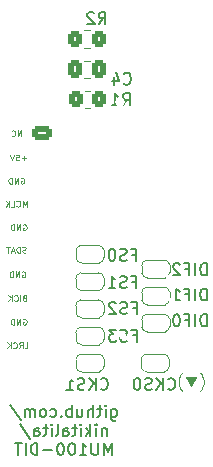
<source format=gbr>
%TF.GenerationSoftware,KiCad,Pcbnew,(6.0.1)*%
%TF.CreationDate,2022-07-05T01:24:20-07:00*%
%TF.ProjectId,mu100-dit,6d753130-302d-4646-9974-2e6b69636164,rev?*%
%TF.SameCoordinates,PX4a25ef0PY4c3f880*%
%TF.FileFunction,Legend,Bot*%
%TF.FilePolarity,Positive*%
%FSLAX46Y46*%
G04 Gerber Fmt 4.6, Leading zero omitted, Abs format (unit mm)*
G04 Created by KiCad (PCBNEW (6.0.1)) date 2022-07-05 01:24:20*
%MOMM*%
%LPD*%
G01*
G04 APERTURE LIST*
G04 Aperture macros list*
%AMRoundRect*
0 Rectangle with rounded corners*
0 $1 Rounding radius*
0 $2 $3 $4 $5 $6 $7 $8 $9 X,Y pos of 4 corners*
0 Add a 4 corners polygon primitive as box body*
4,1,4,$2,$3,$4,$5,$6,$7,$8,$9,$2,$3,0*
0 Add four circle primitives for the rounded corners*
1,1,$1+$1,$2,$3*
1,1,$1+$1,$4,$5*
1,1,$1+$1,$6,$7*
1,1,$1+$1,$8,$9*
0 Add four rect primitives between the rounded corners*
20,1,$1+$1,$2,$3,$4,$5,0*
20,1,$1+$1,$4,$5,$6,$7,0*
20,1,$1+$1,$6,$7,$8,$9,0*
20,1,$1+$1,$8,$9,$2,$3,0*%
%AMFreePoly0*
4,1,13,0.500000,-0.500000,0.000000,-0.500000,-0.095671,-0.480970,-0.176777,-0.426777,-0.230970,-0.345671,-0.250000,-0.250000,-0.250000,0.250000,-0.230970,0.345671,-0.176777,0.426777,-0.095671,0.480970,0.000000,0.500000,0.500000,0.500000,0.500000,-0.500000,0.500000,-0.500000,$1*%
G04 Aperture macros list end*
%ADD10C,0.125000*%
%ADD11C,0.150000*%
%ADD12C,0.100000*%
%ADD13C,0.120000*%
%ADD14RoundRect,0.250000X-0.625000X0.350000X-0.625000X-0.350000X0.625000X-0.350000X0.625000X0.350000X0*%
%ADD15O,1.750000X1.200000*%
%ADD16C,5.700000*%
%ADD17C,3.600000*%
%ADD18C,3.200000*%
%ADD19C,1.524000*%
%ADD20R,1.700000X1.700000*%
%ADD21O,1.700000X1.700000*%
%ADD22FreePoly0,0.000000*%
%ADD23FreePoly0,180.000000*%
%ADD24RoundRect,0.250000X0.350000X0.450000X-0.350000X0.450000X-0.350000X-0.450000X0.350000X-0.450000X0*%
%ADD25RoundRect,0.250000X-0.350000X-0.450000X0.350000X-0.450000X0.350000X0.450000X-0.350000X0.450000X0*%
%ADD26RoundRect,0.250000X0.337500X0.475000X-0.337500X0.475000X-0.337500X-0.475000X0.337500X-0.475000X0*%
%ADD27C,0.800000*%
%ADD28C,0.600000*%
G04 APERTURE END LIST*
D10*
X79260952Y-94372000D02*
X79308571Y-94348190D01*
X79380000Y-94348190D01*
X79451428Y-94372000D01*
X79499047Y-94419619D01*
X79522857Y-94467238D01*
X79546666Y-94562476D01*
X79546666Y-94633904D01*
X79522857Y-94729142D01*
X79499047Y-94776761D01*
X79451428Y-94824380D01*
X79380000Y-94848190D01*
X79332380Y-94848190D01*
X79260952Y-94824380D01*
X79237142Y-94800571D01*
X79237142Y-94633904D01*
X79332380Y-94633904D01*
X79022857Y-94848190D02*
X79022857Y-94348190D01*
X78737142Y-94848190D01*
X78737142Y-94348190D01*
X78499047Y-94848190D02*
X78499047Y-94348190D01*
X78380000Y-94348190D01*
X78308571Y-94372000D01*
X78260952Y-94419619D01*
X78237142Y-94467238D01*
X78213333Y-94562476D01*
X78213333Y-94633904D01*
X78237142Y-94729142D01*
X78260952Y-94776761D01*
X78308571Y-94824380D01*
X78380000Y-94848190D01*
X78499047Y-94848190D01*
X79460952Y-106302000D02*
X79508571Y-106278190D01*
X79580000Y-106278190D01*
X79651428Y-106302000D01*
X79699047Y-106349619D01*
X79722857Y-106397238D01*
X79746666Y-106492476D01*
X79746666Y-106563904D01*
X79722857Y-106659142D01*
X79699047Y-106706761D01*
X79651428Y-106754380D01*
X79580000Y-106778190D01*
X79532380Y-106778190D01*
X79460952Y-106754380D01*
X79437142Y-106730571D01*
X79437142Y-106563904D01*
X79532380Y-106563904D01*
X79222857Y-106778190D02*
X79222857Y-106278190D01*
X78937142Y-106778190D01*
X78937142Y-106278190D01*
X78699047Y-106778190D02*
X78699047Y-106278190D01*
X78580000Y-106278190D01*
X78508571Y-106302000D01*
X78460952Y-106349619D01*
X78437142Y-106397238D01*
X78413333Y-106492476D01*
X78413333Y-106563904D01*
X78437142Y-106659142D01*
X78460952Y-106706761D01*
X78508571Y-106754380D01*
X78580000Y-106778190D01*
X78699047Y-106778190D01*
X79575238Y-108778190D02*
X79813333Y-108778190D01*
X79813333Y-108278190D01*
X79122857Y-108778190D02*
X79289523Y-108540095D01*
X79408571Y-108778190D02*
X79408571Y-108278190D01*
X79218095Y-108278190D01*
X79170476Y-108302000D01*
X79146666Y-108325809D01*
X79122857Y-108373428D01*
X79122857Y-108444857D01*
X79146666Y-108492476D01*
X79170476Y-108516285D01*
X79218095Y-108540095D01*
X79408571Y-108540095D01*
X78622857Y-108730571D02*
X78646666Y-108754380D01*
X78718095Y-108778190D01*
X78765714Y-108778190D01*
X78837142Y-108754380D01*
X78884761Y-108706761D01*
X78908571Y-108659142D01*
X78932380Y-108563904D01*
X78932380Y-108492476D01*
X78908571Y-108397238D01*
X78884761Y-108349619D01*
X78837142Y-108302000D01*
X78765714Y-108278190D01*
X78718095Y-108278190D01*
X78646666Y-108302000D01*
X78622857Y-108325809D01*
X78408571Y-108778190D02*
X78408571Y-108278190D01*
X78122857Y-108778190D02*
X78337142Y-108492476D01*
X78122857Y-108278190D02*
X78408571Y-108563904D01*
D11*
X91722857Y-112209142D02*
X91770476Y-112256761D01*
X91913333Y-112304380D01*
X92008571Y-112304380D01*
X92151428Y-112256761D01*
X92246666Y-112161523D01*
X92294285Y-112066285D01*
X92341904Y-111875809D01*
X92341904Y-111732952D01*
X92294285Y-111542476D01*
X92246666Y-111447238D01*
X92151428Y-111352000D01*
X92008571Y-111304380D01*
X91913333Y-111304380D01*
X91770476Y-111352000D01*
X91722857Y-111399619D01*
X91294285Y-112304380D02*
X91294285Y-111304380D01*
X90722857Y-112304380D02*
X91151428Y-111732952D01*
X90722857Y-111304380D02*
X91294285Y-111875809D01*
X90341904Y-112256761D02*
X90199047Y-112304380D01*
X89960952Y-112304380D01*
X89865714Y-112256761D01*
X89818095Y-112209142D01*
X89770476Y-112113904D01*
X89770476Y-112018666D01*
X89818095Y-111923428D01*
X89865714Y-111875809D01*
X89960952Y-111828190D01*
X90151428Y-111780571D01*
X90246666Y-111732952D01*
X90294285Y-111685333D01*
X90341904Y-111590095D01*
X90341904Y-111494857D01*
X90294285Y-111399619D01*
X90246666Y-111352000D01*
X90151428Y-111304380D01*
X89913333Y-111304380D01*
X89770476Y-111352000D01*
X89151428Y-111304380D02*
X89056190Y-111304380D01*
X88960952Y-111352000D01*
X88913333Y-111399619D01*
X88865714Y-111494857D01*
X88818095Y-111685333D01*
X88818095Y-111923428D01*
X88865714Y-112113904D01*
X88913333Y-112209142D01*
X88960952Y-112256761D01*
X89056190Y-112304380D01*
X89151428Y-112304380D01*
X89246666Y-112256761D01*
X89294285Y-112209142D01*
X89341904Y-112113904D01*
X89389523Y-111923428D01*
X89389523Y-111685333D01*
X89341904Y-111494857D01*
X89294285Y-111399619D01*
X89246666Y-111352000D01*
X89151428Y-111304380D01*
D12*
X94441904Y-112385333D02*
X94489523Y-112337714D01*
X94584761Y-112194857D01*
X94632380Y-112099619D01*
X94680000Y-111956761D01*
X94727619Y-111718666D01*
X94727619Y-111528190D01*
X94680000Y-111290095D01*
X94632380Y-111147238D01*
X94584761Y-111052000D01*
X94489523Y-110909142D01*
X94441904Y-110861523D01*
X93299047Y-111290095D02*
X93299047Y-111242476D01*
X93346666Y-111385333D02*
X93346666Y-111242476D01*
X93394285Y-111480571D02*
X93394285Y-111242476D01*
X93441904Y-111575809D02*
X93441904Y-111242476D01*
X93489523Y-111623428D02*
X93489523Y-111242476D01*
X93537142Y-111718666D02*
X93537142Y-111242476D01*
X93584761Y-111813904D02*
X93584761Y-111242476D01*
X93632380Y-111909142D02*
X93632380Y-111242476D01*
X93680000Y-112004380D02*
X93680000Y-111242476D01*
X93727619Y-111909142D02*
X93727619Y-111242476D01*
X93775238Y-111813904D02*
X93775238Y-111242476D01*
X93822857Y-111718666D02*
X93822857Y-111242476D01*
X93870476Y-111623428D02*
X93870476Y-111242476D01*
X93918095Y-111575809D02*
X93918095Y-111242476D01*
X93965714Y-111480571D02*
X93965714Y-111242476D01*
X94013333Y-111385333D02*
X94013333Y-111242476D01*
X94060952Y-111242476D02*
X93680000Y-111956761D01*
X93299047Y-111242476D01*
X94060952Y-111290095D02*
X94060952Y-111242476D01*
X93680000Y-112004380D02*
X94108571Y-111242476D01*
X93251428Y-111242476D01*
X93680000Y-112004380D01*
X92918095Y-112385333D02*
X92870476Y-112337714D01*
X92775238Y-112194857D01*
X92727619Y-112099619D01*
X92680000Y-111956761D01*
X92632380Y-111718666D01*
X92632380Y-111528190D01*
X92680000Y-111290095D01*
X92727619Y-111147238D01*
X92775238Y-111052000D01*
X92870476Y-110909142D01*
X92918095Y-110861523D01*
D11*
X95004285Y-106904380D02*
X95004285Y-105904380D01*
X94766190Y-105904380D01*
X94623333Y-105952000D01*
X94528095Y-106047238D01*
X94480476Y-106142476D01*
X94432857Y-106332952D01*
X94432857Y-106475809D01*
X94480476Y-106666285D01*
X94528095Y-106761523D01*
X94623333Y-106856761D01*
X94766190Y-106904380D01*
X95004285Y-106904380D01*
X94004285Y-106904380D02*
X94004285Y-105904380D01*
X93194762Y-106380571D02*
X93528095Y-106380571D01*
X93528095Y-106904380D02*
X93528095Y-105904380D01*
X93051904Y-105904380D01*
X92480476Y-105904380D02*
X92385238Y-105904380D01*
X92290000Y-105952000D01*
X92242381Y-105999619D01*
X92194762Y-106094857D01*
X92147143Y-106285333D01*
X92147143Y-106523428D01*
X92194762Y-106713904D01*
X92242381Y-106809142D01*
X92290000Y-106856761D01*
X92385238Y-106904380D01*
X92480476Y-106904380D01*
X92575714Y-106856761D01*
X92623333Y-106809142D01*
X92670952Y-106713904D01*
X92718571Y-106523428D01*
X92718571Y-106285333D01*
X92670952Y-106094857D01*
X92623333Y-105999619D01*
X92575714Y-105952000D01*
X92480476Y-105904380D01*
X95004285Y-102599380D02*
X95004285Y-101599380D01*
X94766190Y-101599380D01*
X94623333Y-101647000D01*
X94528095Y-101742238D01*
X94480476Y-101837476D01*
X94432857Y-102027952D01*
X94432857Y-102170809D01*
X94480476Y-102361285D01*
X94528095Y-102456523D01*
X94623333Y-102551761D01*
X94766190Y-102599380D01*
X95004285Y-102599380D01*
X94004285Y-102599380D02*
X94004285Y-101599380D01*
X93194762Y-102075571D02*
X93528095Y-102075571D01*
X93528095Y-102599380D02*
X93528095Y-101599380D01*
X93051904Y-101599380D01*
X92718571Y-101694619D02*
X92670952Y-101647000D01*
X92575714Y-101599380D01*
X92337619Y-101599380D01*
X92242381Y-101647000D01*
X92194762Y-101694619D01*
X92147143Y-101789857D01*
X92147143Y-101885095D01*
X92194762Y-102027952D01*
X92766190Y-102599380D01*
X92147143Y-102599380D01*
D10*
X79749047Y-96778190D02*
X79749047Y-96278190D01*
X79582380Y-96635333D01*
X79415714Y-96278190D01*
X79415714Y-96778190D01*
X78891904Y-96730571D02*
X78915714Y-96754380D01*
X78987142Y-96778190D01*
X79034761Y-96778190D01*
X79106190Y-96754380D01*
X79153809Y-96706761D01*
X79177619Y-96659142D01*
X79201428Y-96563904D01*
X79201428Y-96492476D01*
X79177619Y-96397238D01*
X79153809Y-96349619D01*
X79106190Y-96302000D01*
X79034761Y-96278190D01*
X78987142Y-96278190D01*
X78915714Y-96302000D01*
X78891904Y-96325809D01*
X78439523Y-96778190D02*
X78677619Y-96778190D01*
X78677619Y-96278190D01*
X78272857Y-96778190D02*
X78272857Y-96278190D01*
X77987142Y-96778190D02*
X78201428Y-96492476D01*
X77987142Y-96278190D02*
X78272857Y-96563904D01*
X79563333Y-104516285D02*
X79491904Y-104540095D01*
X79468095Y-104563904D01*
X79444285Y-104611523D01*
X79444285Y-104682952D01*
X79468095Y-104730571D01*
X79491904Y-104754380D01*
X79539523Y-104778190D01*
X79730000Y-104778190D01*
X79730000Y-104278190D01*
X79563333Y-104278190D01*
X79515714Y-104302000D01*
X79491904Y-104325809D01*
X79468095Y-104373428D01*
X79468095Y-104421047D01*
X79491904Y-104468666D01*
X79515714Y-104492476D01*
X79563333Y-104516285D01*
X79730000Y-104516285D01*
X79230000Y-104778190D02*
X79230000Y-104278190D01*
X78706190Y-104730571D02*
X78730000Y-104754380D01*
X78801428Y-104778190D01*
X78849047Y-104778190D01*
X78920476Y-104754380D01*
X78968095Y-104706761D01*
X78991904Y-104659142D01*
X79015714Y-104563904D01*
X79015714Y-104492476D01*
X78991904Y-104397238D01*
X78968095Y-104349619D01*
X78920476Y-104302000D01*
X78849047Y-104278190D01*
X78801428Y-104278190D01*
X78730000Y-104302000D01*
X78706190Y-104325809D01*
X78491904Y-104778190D02*
X78491904Y-104278190D01*
X78206190Y-104778190D02*
X78420476Y-104492476D01*
X78206190Y-104278190D02*
X78491904Y-104563904D01*
X79360952Y-102302000D02*
X79408571Y-102278190D01*
X79480000Y-102278190D01*
X79551428Y-102302000D01*
X79599047Y-102349619D01*
X79622857Y-102397238D01*
X79646666Y-102492476D01*
X79646666Y-102563904D01*
X79622857Y-102659142D01*
X79599047Y-102706761D01*
X79551428Y-102754380D01*
X79480000Y-102778190D01*
X79432380Y-102778190D01*
X79360952Y-102754380D01*
X79337142Y-102730571D01*
X79337142Y-102563904D01*
X79432380Y-102563904D01*
X79122857Y-102778190D02*
X79122857Y-102278190D01*
X78837142Y-102778190D01*
X78837142Y-102278190D01*
X78599047Y-102778190D02*
X78599047Y-102278190D01*
X78480000Y-102278190D01*
X78408571Y-102302000D01*
X78360952Y-102349619D01*
X78337142Y-102397238D01*
X78313333Y-102492476D01*
X78313333Y-102563904D01*
X78337142Y-102659142D01*
X78360952Y-102706761D01*
X78408571Y-102754380D01*
X78480000Y-102778190D01*
X78599047Y-102778190D01*
D11*
X88729523Y-105350571D02*
X89062857Y-105350571D01*
X89062857Y-105874380D02*
X89062857Y-104874380D01*
X88586666Y-104874380D01*
X88253333Y-105826761D02*
X88110476Y-105874380D01*
X87872380Y-105874380D01*
X87777142Y-105826761D01*
X87729523Y-105779142D01*
X87681904Y-105683904D01*
X87681904Y-105588666D01*
X87729523Y-105493428D01*
X87777142Y-105445809D01*
X87872380Y-105398190D01*
X88062857Y-105350571D01*
X88158095Y-105302952D01*
X88205714Y-105255333D01*
X88253333Y-105160095D01*
X88253333Y-105064857D01*
X88205714Y-104969619D01*
X88158095Y-104922000D01*
X88062857Y-104874380D01*
X87824761Y-104874380D01*
X87681904Y-104922000D01*
X87300952Y-104969619D02*
X87253333Y-104922000D01*
X87158095Y-104874380D01*
X86920000Y-104874380D01*
X86824761Y-104922000D01*
X86777142Y-104969619D01*
X86729523Y-105064857D01*
X86729523Y-105160095D01*
X86777142Y-105302952D01*
X87348571Y-105874380D01*
X86729523Y-105874380D01*
D10*
X79460952Y-98302000D02*
X79508571Y-98278190D01*
X79580000Y-98278190D01*
X79651428Y-98302000D01*
X79699047Y-98349619D01*
X79722857Y-98397238D01*
X79746666Y-98492476D01*
X79746666Y-98563904D01*
X79722857Y-98659142D01*
X79699047Y-98706761D01*
X79651428Y-98754380D01*
X79580000Y-98778190D01*
X79532380Y-98778190D01*
X79460952Y-98754380D01*
X79437142Y-98730571D01*
X79437142Y-98563904D01*
X79532380Y-98563904D01*
X79222857Y-98778190D02*
X79222857Y-98278190D01*
X78937142Y-98778190D01*
X78937142Y-98278190D01*
X78699047Y-98778190D02*
X78699047Y-98278190D01*
X78580000Y-98278190D01*
X78508571Y-98302000D01*
X78460952Y-98349619D01*
X78437142Y-98397238D01*
X78413333Y-98492476D01*
X78413333Y-98563904D01*
X78437142Y-98659142D01*
X78460952Y-98706761D01*
X78508571Y-98754380D01*
X78580000Y-98778190D01*
X78699047Y-98778190D01*
D11*
X86906190Y-113927714D02*
X86906190Y-114737238D01*
X86953809Y-114832476D01*
X87001428Y-114880095D01*
X87096666Y-114927714D01*
X87239523Y-114927714D01*
X87334761Y-114880095D01*
X86906190Y-114546761D02*
X87001428Y-114594380D01*
X87191904Y-114594380D01*
X87287142Y-114546761D01*
X87334761Y-114499142D01*
X87382380Y-114403904D01*
X87382380Y-114118190D01*
X87334761Y-114022952D01*
X87287142Y-113975333D01*
X87191904Y-113927714D01*
X87001428Y-113927714D01*
X86906190Y-113975333D01*
X86430000Y-114594380D02*
X86430000Y-113927714D01*
X86430000Y-113594380D02*
X86477619Y-113642000D01*
X86430000Y-113689619D01*
X86382380Y-113642000D01*
X86430000Y-113594380D01*
X86430000Y-113689619D01*
X86096666Y-113927714D02*
X85715714Y-113927714D01*
X85953809Y-113594380D02*
X85953809Y-114451523D01*
X85906190Y-114546761D01*
X85810952Y-114594380D01*
X85715714Y-114594380D01*
X85382380Y-114594380D02*
X85382380Y-113594380D01*
X84953809Y-114594380D02*
X84953809Y-114070571D01*
X85001428Y-113975333D01*
X85096666Y-113927714D01*
X85239523Y-113927714D01*
X85334761Y-113975333D01*
X85382380Y-114022952D01*
X84049047Y-113927714D02*
X84049047Y-114594380D01*
X84477619Y-113927714D02*
X84477619Y-114451523D01*
X84430000Y-114546761D01*
X84334761Y-114594380D01*
X84191904Y-114594380D01*
X84096666Y-114546761D01*
X84049047Y-114499142D01*
X83572857Y-114594380D02*
X83572857Y-113594380D01*
X83572857Y-113975333D02*
X83477619Y-113927714D01*
X83287142Y-113927714D01*
X83191904Y-113975333D01*
X83144285Y-114022952D01*
X83096666Y-114118190D01*
X83096666Y-114403904D01*
X83144285Y-114499142D01*
X83191904Y-114546761D01*
X83287142Y-114594380D01*
X83477619Y-114594380D01*
X83572857Y-114546761D01*
X82668095Y-114499142D02*
X82620476Y-114546761D01*
X82668095Y-114594380D01*
X82715714Y-114546761D01*
X82668095Y-114499142D01*
X82668095Y-114594380D01*
X81763333Y-114546761D02*
X81858571Y-114594380D01*
X82049047Y-114594380D01*
X82144285Y-114546761D01*
X82191904Y-114499142D01*
X82239523Y-114403904D01*
X82239523Y-114118190D01*
X82191904Y-114022952D01*
X82144285Y-113975333D01*
X82049047Y-113927714D01*
X81858571Y-113927714D01*
X81763333Y-113975333D01*
X81191904Y-114594380D02*
X81287142Y-114546761D01*
X81334761Y-114499142D01*
X81382380Y-114403904D01*
X81382380Y-114118190D01*
X81334761Y-114022952D01*
X81287142Y-113975333D01*
X81191904Y-113927714D01*
X81049047Y-113927714D01*
X80953809Y-113975333D01*
X80906190Y-114022952D01*
X80858571Y-114118190D01*
X80858571Y-114403904D01*
X80906190Y-114499142D01*
X80953809Y-114546761D01*
X81049047Y-114594380D01*
X81191904Y-114594380D01*
X80430000Y-114594380D02*
X80430000Y-113927714D01*
X80430000Y-114022952D02*
X80382380Y-113975333D01*
X80287142Y-113927714D01*
X80144285Y-113927714D01*
X80049047Y-113975333D01*
X80001428Y-114070571D01*
X80001428Y-114594380D01*
X80001428Y-114070571D02*
X79953809Y-113975333D01*
X79858571Y-113927714D01*
X79715714Y-113927714D01*
X79620476Y-113975333D01*
X79572857Y-114070571D01*
X79572857Y-114594380D01*
X78382380Y-113546761D02*
X79239523Y-114832476D01*
X86525238Y-115537714D02*
X86525238Y-116204380D01*
X86525238Y-115632952D02*
X86477619Y-115585333D01*
X86382380Y-115537714D01*
X86239523Y-115537714D01*
X86144285Y-115585333D01*
X86096666Y-115680571D01*
X86096666Y-116204380D01*
X85620476Y-116204380D02*
X85620476Y-115537714D01*
X85620476Y-115204380D02*
X85668095Y-115252000D01*
X85620476Y-115299619D01*
X85572857Y-115252000D01*
X85620476Y-115204380D01*
X85620476Y-115299619D01*
X85144285Y-116204380D02*
X85144285Y-115204380D01*
X85049047Y-115823428D02*
X84763333Y-116204380D01*
X84763333Y-115537714D02*
X85144285Y-115918666D01*
X84334761Y-116204380D02*
X84334761Y-115537714D01*
X84334761Y-115204380D02*
X84382380Y-115252000D01*
X84334761Y-115299619D01*
X84287142Y-115252000D01*
X84334761Y-115204380D01*
X84334761Y-115299619D01*
X84001428Y-115537714D02*
X83620476Y-115537714D01*
X83858571Y-115204380D02*
X83858571Y-116061523D01*
X83810952Y-116156761D01*
X83715714Y-116204380D01*
X83620476Y-116204380D01*
X82858571Y-116204380D02*
X82858571Y-115680571D01*
X82906190Y-115585333D01*
X83001428Y-115537714D01*
X83191904Y-115537714D01*
X83287142Y-115585333D01*
X82858571Y-116156761D02*
X82953809Y-116204380D01*
X83191904Y-116204380D01*
X83287142Y-116156761D01*
X83334761Y-116061523D01*
X83334761Y-115966285D01*
X83287142Y-115871047D01*
X83191904Y-115823428D01*
X82953809Y-115823428D01*
X82858571Y-115775809D01*
X82239523Y-116204380D02*
X82334761Y-116156761D01*
X82382380Y-116061523D01*
X82382380Y-115204380D01*
X81858571Y-116204380D02*
X81858571Y-115537714D01*
X81858571Y-115204380D02*
X81906190Y-115252000D01*
X81858571Y-115299619D01*
X81810952Y-115252000D01*
X81858571Y-115204380D01*
X81858571Y-115299619D01*
X81525238Y-115537714D02*
X81144285Y-115537714D01*
X81382380Y-115204380D02*
X81382380Y-116061523D01*
X81334761Y-116156761D01*
X81239523Y-116204380D01*
X81144285Y-116204380D01*
X80382380Y-116204380D02*
X80382380Y-115680571D01*
X80430000Y-115585333D01*
X80525238Y-115537714D01*
X80715714Y-115537714D01*
X80810952Y-115585333D01*
X80382380Y-116156761D02*
X80477619Y-116204380D01*
X80715714Y-116204380D01*
X80810952Y-116156761D01*
X80858571Y-116061523D01*
X80858571Y-115966285D01*
X80810952Y-115871047D01*
X80715714Y-115823428D01*
X80477619Y-115823428D01*
X80382380Y-115775809D01*
X79191904Y-115156761D02*
X80049047Y-116442476D01*
X86953809Y-117814380D02*
X86953809Y-116814380D01*
X86620476Y-117528666D01*
X86287142Y-116814380D01*
X86287142Y-117814380D01*
X85810952Y-116814380D02*
X85810952Y-117623904D01*
X85763333Y-117719142D01*
X85715714Y-117766761D01*
X85620476Y-117814380D01*
X85430000Y-117814380D01*
X85334761Y-117766761D01*
X85287142Y-117719142D01*
X85239523Y-117623904D01*
X85239523Y-116814380D01*
X84239523Y-117814380D02*
X84810952Y-117814380D01*
X84525238Y-117814380D02*
X84525238Y-116814380D01*
X84620476Y-116957238D01*
X84715714Y-117052476D01*
X84810952Y-117100095D01*
X83620476Y-116814380D02*
X83525238Y-116814380D01*
X83430000Y-116862000D01*
X83382380Y-116909619D01*
X83334761Y-117004857D01*
X83287142Y-117195333D01*
X83287142Y-117433428D01*
X83334761Y-117623904D01*
X83382380Y-117719142D01*
X83430000Y-117766761D01*
X83525238Y-117814380D01*
X83620476Y-117814380D01*
X83715714Y-117766761D01*
X83763333Y-117719142D01*
X83810952Y-117623904D01*
X83858571Y-117433428D01*
X83858571Y-117195333D01*
X83810952Y-117004857D01*
X83763333Y-116909619D01*
X83715714Y-116862000D01*
X83620476Y-116814380D01*
X82668095Y-116814380D02*
X82572857Y-116814380D01*
X82477619Y-116862000D01*
X82430000Y-116909619D01*
X82382380Y-117004857D01*
X82334761Y-117195333D01*
X82334761Y-117433428D01*
X82382380Y-117623904D01*
X82430000Y-117719142D01*
X82477619Y-117766761D01*
X82572857Y-117814380D01*
X82668095Y-117814380D01*
X82763333Y-117766761D01*
X82810952Y-117719142D01*
X82858571Y-117623904D01*
X82906190Y-117433428D01*
X82906190Y-117195333D01*
X82858571Y-117004857D01*
X82810952Y-116909619D01*
X82763333Y-116862000D01*
X82668095Y-116814380D01*
X81906190Y-117433428D02*
X81144285Y-117433428D01*
X80668095Y-117814380D02*
X80668095Y-116814380D01*
X80430000Y-116814380D01*
X80287142Y-116862000D01*
X80191904Y-116957238D01*
X80144285Y-117052476D01*
X80096666Y-117242952D01*
X80096666Y-117385809D01*
X80144285Y-117576285D01*
X80191904Y-117671523D01*
X80287142Y-117766761D01*
X80430000Y-117814380D01*
X80668095Y-117814380D01*
X79668095Y-117814380D02*
X79668095Y-116814380D01*
X79334761Y-116814380D02*
X78763333Y-116814380D01*
X79049047Y-117814380D02*
X79049047Y-116814380D01*
X88689523Y-100840571D02*
X89022857Y-100840571D01*
X89022857Y-101364380D02*
X89022857Y-100364380D01*
X88546666Y-100364380D01*
X88213333Y-101316761D02*
X88070476Y-101364380D01*
X87832380Y-101364380D01*
X87737142Y-101316761D01*
X87689523Y-101269142D01*
X87641904Y-101173904D01*
X87641904Y-101078666D01*
X87689523Y-100983428D01*
X87737142Y-100935809D01*
X87832380Y-100888190D01*
X88022857Y-100840571D01*
X88118095Y-100792952D01*
X88165714Y-100745333D01*
X88213333Y-100650095D01*
X88213333Y-100554857D01*
X88165714Y-100459619D01*
X88118095Y-100412000D01*
X88022857Y-100364380D01*
X87784761Y-100364380D01*
X87641904Y-100412000D01*
X87022857Y-100364380D02*
X86927619Y-100364380D01*
X86832380Y-100412000D01*
X86784761Y-100459619D01*
X86737142Y-100554857D01*
X86689523Y-100745333D01*
X86689523Y-100983428D01*
X86737142Y-101173904D01*
X86784761Y-101269142D01*
X86832380Y-101316761D01*
X86927619Y-101364380D01*
X87022857Y-101364380D01*
X87118095Y-101316761D01*
X87165714Y-101269142D01*
X87213333Y-101173904D01*
X87260952Y-100983428D01*
X87260952Y-100745333D01*
X87213333Y-100554857D01*
X87165714Y-100459619D01*
X87118095Y-100412000D01*
X87022857Y-100364380D01*
D10*
X79677619Y-100654380D02*
X79606190Y-100678190D01*
X79487142Y-100678190D01*
X79439523Y-100654380D01*
X79415714Y-100630571D01*
X79391904Y-100582952D01*
X79391904Y-100535333D01*
X79415714Y-100487714D01*
X79439523Y-100463904D01*
X79487142Y-100440095D01*
X79582380Y-100416285D01*
X79630000Y-100392476D01*
X79653809Y-100368666D01*
X79677619Y-100321047D01*
X79677619Y-100273428D01*
X79653809Y-100225809D01*
X79630000Y-100202000D01*
X79582380Y-100178190D01*
X79463333Y-100178190D01*
X79391904Y-100202000D01*
X79177619Y-100678190D02*
X79177619Y-100178190D01*
X79058571Y-100178190D01*
X78987142Y-100202000D01*
X78939523Y-100249619D01*
X78915714Y-100297238D01*
X78891904Y-100392476D01*
X78891904Y-100463904D01*
X78915714Y-100559142D01*
X78939523Y-100606761D01*
X78987142Y-100654380D01*
X79058571Y-100678190D01*
X79177619Y-100678190D01*
X78701428Y-100535333D02*
X78463333Y-100535333D01*
X78749047Y-100678190D02*
X78582380Y-100178190D01*
X78415714Y-100678190D01*
X78320476Y-100178190D02*
X78034761Y-100178190D01*
X78177619Y-100678190D02*
X78177619Y-100178190D01*
X79722857Y-92687714D02*
X79341904Y-92687714D01*
X79532380Y-92878190D02*
X79532380Y-92497238D01*
X78865714Y-92378190D02*
X79103809Y-92378190D01*
X79127619Y-92616285D01*
X79103809Y-92592476D01*
X79056190Y-92568666D01*
X78937142Y-92568666D01*
X78889523Y-92592476D01*
X78865714Y-92616285D01*
X78841904Y-92663904D01*
X78841904Y-92782952D01*
X78865714Y-92830571D01*
X78889523Y-92854380D01*
X78937142Y-92878190D01*
X79056190Y-92878190D01*
X79103809Y-92854380D01*
X79127619Y-92830571D01*
X78699047Y-92378190D02*
X78532380Y-92878190D01*
X78365714Y-92378190D01*
X79282857Y-90826190D02*
X79282857Y-90326190D01*
X78997142Y-90826190D01*
X78997142Y-90326190D01*
X78473333Y-90778571D02*
X78497142Y-90802380D01*
X78568571Y-90826190D01*
X78616190Y-90826190D01*
X78687619Y-90802380D01*
X78735238Y-90754761D01*
X78759047Y-90707142D01*
X78782857Y-90611904D01*
X78782857Y-90540476D01*
X78759047Y-90445238D01*
X78735238Y-90397619D01*
X78687619Y-90350000D01*
X78616190Y-90326190D01*
X78568571Y-90326190D01*
X78497142Y-90350000D01*
X78473333Y-90373809D01*
D11*
X95004285Y-104729380D02*
X95004285Y-103729380D01*
X94766190Y-103729380D01*
X94623333Y-103777000D01*
X94528095Y-103872238D01*
X94480476Y-103967476D01*
X94432857Y-104157952D01*
X94432857Y-104300809D01*
X94480476Y-104491285D01*
X94528095Y-104586523D01*
X94623333Y-104681761D01*
X94766190Y-104729380D01*
X95004285Y-104729380D01*
X94004285Y-104729380D02*
X94004285Y-103729380D01*
X93194762Y-104205571D02*
X93528095Y-104205571D01*
X93528095Y-104729380D02*
X93528095Y-103729380D01*
X93051904Y-103729380D01*
X92147143Y-104729380D02*
X92718571Y-104729380D01*
X92432857Y-104729380D02*
X92432857Y-103729380D01*
X92528095Y-103872238D01*
X92623333Y-103967476D01*
X92718571Y-104015095D01*
X88719523Y-107690571D02*
X89052857Y-107690571D01*
X89052857Y-108214380D02*
X89052857Y-107214380D01*
X88576666Y-107214380D01*
X88243333Y-108166761D02*
X88100476Y-108214380D01*
X87862380Y-108214380D01*
X87767142Y-108166761D01*
X87719523Y-108119142D01*
X87671904Y-108023904D01*
X87671904Y-107928666D01*
X87719523Y-107833428D01*
X87767142Y-107785809D01*
X87862380Y-107738190D01*
X88052857Y-107690571D01*
X88148095Y-107642952D01*
X88195714Y-107595333D01*
X88243333Y-107500095D01*
X88243333Y-107404857D01*
X88195714Y-107309619D01*
X88148095Y-107262000D01*
X88052857Y-107214380D01*
X87814761Y-107214380D01*
X87671904Y-107262000D01*
X87338571Y-107214380D02*
X86719523Y-107214380D01*
X87052857Y-107595333D01*
X86910000Y-107595333D01*
X86814761Y-107642952D01*
X86767142Y-107690571D01*
X86719523Y-107785809D01*
X86719523Y-108023904D01*
X86767142Y-108119142D01*
X86814761Y-108166761D01*
X86910000Y-108214380D01*
X87195714Y-108214380D01*
X87290952Y-108166761D01*
X87338571Y-108119142D01*
X86022857Y-112209142D02*
X86070476Y-112256761D01*
X86213333Y-112304380D01*
X86308571Y-112304380D01*
X86451428Y-112256761D01*
X86546666Y-112161523D01*
X86594285Y-112066285D01*
X86641904Y-111875809D01*
X86641904Y-111732952D01*
X86594285Y-111542476D01*
X86546666Y-111447238D01*
X86451428Y-111352000D01*
X86308571Y-111304380D01*
X86213333Y-111304380D01*
X86070476Y-111352000D01*
X86022857Y-111399619D01*
X85594285Y-112304380D02*
X85594285Y-111304380D01*
X85022857Y-112304380D02*
X85451428Y-111732952D01*
X85022857Y-111304380D02*
X85594285Y-111875809D01*
X84641904Y-112256761D02*
X84499047Y-112304380D01*
X84260952Y-112304380D01*
X84165714Y-112256761D01*
X84118095Y-112209142D01*
X84070476Y-112113904D01*
X84070476Y-112018666D01*
X84118095Y-111923428D01*
X84165714Y-111875809D01*
X84260952Y-111828190D01*
X84451428Y-111780571D01*
X84546666Y-111732952D01*
X84594285Y-111685333D01*
X84641904Y-111590095D01*
X84641904Y-111494857D01*
X84594285Y-111399619D01*
X84546666Y-111352000D01*
X84451428Y-111304380D01*
X84213333Y-111304380D01*
X84070476Y-111352000D01*
X83118095Y-112304380D02*
X83689523Y-112304380D01*
X83403809Y-112304380D02*
X83403809Y-111304380D01*
X83499047Y-111447238D01*
X83594285Y-111542476D01*
X83689523Y-111590095D01*
X88689523Y-103140571D02*
X89022857Y-103140571D01*
X89022857Y-103664380D02*
X89022857Y-102664380D01*
X88546666Y-102664380D01*
X88213333Y-103616761D02*
X88070476Y-103664380D01*
X87832380Y-103664380D01*
X87737142Y-103616761D01*
X87689523Y-103569142D01*
X87641904Y-103473904D01*
X87641904Y-103378666D01*
X87689523Y-103283428D01*
X87737142Y-103235809D01*
X87832380Y-103188190D01*
X88022857Y-103140571D01*
X88118095Y-103092952D01*
X88165714Y-103045333D01*
X88213333Y-102950095D01*
X88213333Y-102854857D01*
X88165714Y-102759619D01*
X88118095Y-102712000D01*
X88022857Y-102664380D01*
X87784761Y-102664380D01*
X87641904Y-102712000D01*
X86689523Y-103664380D02*
X87260952Y-103664380D01*
X86975238Y-103664380D02*
X86975238Y-102664380D01*
X87070476Y-102807238D01*
X87165714Y-102902476D01*
X87260952Y-102950095D01*
%TO.C,R1*%
X87896666Y-88192380D02*
X88230000Y-87716190D01*
X88468095Y-88192380D02*
X88468095Y-87192380D01*
X88087142Y-87192380D01*
X87991904Y-87240000D01*
X87944285Y-87287619D01*
X87896666Y-87382857D01*
X87896666Y-87525714D01*
X87944285Y-87620952D01*
X87991904Y-87668571D01*
X88087142Y-87716190D01*
X88468095Y-87716190D01*
X86944285Y-88192380D02*
X87515714Y-88192380D01*
X87230000Y-88192380D02*
X87230000Y-87192380D01*
X87325238Y-87335238D01*
X87420476Y-87430476D01*
X87515714Y-87478095D01*
%TO.C,R2*%
X85841666Y-81327380D02*
X86175000Y-80851190D01*
X86413095Y-81327380D02*
X86413095Y-80327380D01*
X86032142Y-80327380D01*
X85936904Y-80375000D01*
X85889285Y-80422619D01*
X85841666Y-80517857D01*
X85841666Y-80660714D01*
X85889285Y-80755952D01*
X85936904Y-80803571D01*
X86032142Y-80851190D01*
X86413095Y-80851190D01*
X85460714Y-80422619D02*
X85413095Y-80375000D01*
X85317857Y-80327380D01*
X85079761Y-80327380D01*
X84984523Y-80375000D01*
X84936904Y-80422619D01*
X84889285Y-80517857D01*
X84889285Y-80613095D01*
X84936904Y-80755952D01*
X85508333Y-81327380D01*
X84889285Y-81327380D01*
%TO.C,C4*%
X87966666Y-86357142D02*
X88014285Y-86404761D01*
X88157142Y-86452380D01*
X88252380Y-86452380D01*
X88395238Y-86404761D01*
X88490476Y-86309523D01*
X88538095Y-86214285D01*
X88585714Y-86023809D01*
X88585714Y-85880952D01*
X88538095Y-85690476D01*
X88490476Y-85595238D01*
X88395238Y-85500000D01*
X88252380Y-85452380D01*
X88157142Y-85452380D01*
X88014285Y-85500000D01*
X87966666Y-85547619D01*
X87109523Y-85785714D02*
X87109523Y-86452380D01*
X87347619Y-85404761D02*
X87585714Y-86119047D01*
X86966666Y-86119047D01*
D13*
%TO.C,JP3*%
X83920000Y-105172000D02*
X83920000Y-105772000D01*
X84410000Y-106182000D02*
X85870000Y-106182000D01*
X85810000Y-104682000D02*
X84330000Y-104682000D01*
X86297060Y-105689661D02*
X86297060Y-105089661D01*
X85889342Y-106177081D02*
G75*
G03*
X86299342Y-105687081I-72338J477059D01*
G01*
X84327718Y-104684580D02*
G75*
G03*
X83917718Y-105174580I72338J-477059D01*
G01*
X86297060Y-105089661D02*
G75*
G03*
X85807060Y-104679661I-477059J-72338D01*
G01*
X83920000Y-105772000D02*
G75*
G03*
X84410000Y-106182000I477059J72338D01*
G01*
%TO.C,R1*%
X85127064Y-88445000D02*
X84672936Y-88445000D01*
X85127064Y-86975000D02*
X84672936Y-86975000D01*
%TO.C,JP9*%
X85810000Y-109272000D02*
X84330000Y-109272000D01*
X84410000Y-110772000D02*
X85870000Y-110772000D01*
X86297060Y-110279661D02*
X86297060Y-109679661D01*
X83920000Y-109762000D02*
X83920000Y-110362000D01*
X86297060Y-109679661D02*
G75*
G03*
X85807060Y-109269661I-477059J-72338D01*
G01*
X85889342Y-110767081D02*
G75*
G03*
X86299342Y-110277081I-72338J477059D01*
G01*
X84327718Y-109274580D02*
G75*
G03*
X83917718Y-109764580I72338J-477059D01*
G01*
X83920000Y-110362000D02*
G75*
G03*
X84410000Y-110772000I477059J72338D01*
G01*
%TO.C,JP2*%
X84410000Y-103887000D02*
X85870000Y-103887000D01*
X86297060Y-103394661D02*
X86297060Y-102794661D01*
X85810000Y-102387000D02*
X84330000Y-102387000D01*
X83920000Y-102877000D02*
X83920000Y-103477000D01*
X86297060Y-102794661D02*
G75*
G03*
X85807060Y-102384661I-477059J-72338D01*
G01*
X83920000Y-103477000D02*
G75*
G03*
X84410000Y-103887000I477059J72338D01*
G01*
X85889342Y-103882081D02*
G75*
G03*
X86299342Y-103392081I-72338J477059D01*
G01*
X84327718Y-102389580D02*
G75*
G03*
X83917718Y-102879580I72338J-477059D01*
G01*
%TO.C,JP7*%
X91380000Y-101307000D02*
X89900000Y-101307000D01*
X91867060Y-102314661D02*
X91867060Y-101714661D01*
X89490000Y-101797000D02*
X89490000Y-102397000D01*
X89980000Y-102807000D02*
X91440000Y-102807000D01*
X89897718Y-101309580D02*
G75*
G03*
X89487718Y-101799580I72338J-477059D01*
G01*
X89490000Y-102397000D02*
G75*
G03*
X89980000Y-102807000I477059J72338D01*
G01*
X91459342Y-102802081D02*
G75*
G03*
X91869342Y-102312081I-72338J477059D01*
G01*
X91867060Y-101714661D02*
G75*
G03*
X91377060Y-101304661I-477059J-72338D01*
G01*
%TO.C,JP1*%
X84410000Y-101562000D02*
X85870000Y-101562000D01*
X86297060Y-101069661D02*
X86297060Y-100469661D01*
X83920000Y-100552000D02*
X83920000Y-101152000D01*
X85810000Y-100062000D02*
X84330000Y-100062000D01*
X84327718Y-100064580D02*
G75*
G03*
X83917718Y-100554580I72338J-477059D01*
G01*
X86297060Y-100469661D02*
G75*
G03*
X85807060Y-100059661I-477059J-72338D01*
G01*
X83920000Y-101152000D02*
G75*
G03*
X84410000Y-101562000I477059J72338D01*
G01*
X85889342Y-101557081D02*
G75*
G03*
X86299342Y-101067081I-72338J477059D01*
G01*
%TO.C,JP6*%
X89980000Y-105102000D02*
X91440000Y-105102000D01*
X89490000Y-104092000D02*
X89490000Y-104692000D01*
X91867060Y-104609661D02*
X91867060Y-104009661D01*
X91380000Y-103602000D02*
X89900000Y-103602000D01*
X89490000Y-104692000D02*
G75*
G03*
X89980000Y-105102000I477059J72338D01*
G01*
X91867060Y-104009661D02*
G75*
G03*
X91377060Y-103599661I-477059J-72338D01*
G01*
X91459342Y-105097081D02*
G75*
G03*
X91869342Y-104607081I-72338J477059D01*
G01*
X89897718Y-103604580D02*
G75*
G03*
X89487718Y-104094580I72338J-477059D01*
G01*
%TO.C,JP8*%
X89440000Y-109762000D02*
X89440000Y-110362000D01*
X91817060Y-110279661D02*
X91817060Y-109679661D01*
X91330000Y-109272000D02*
X89850000Y-109272000D01*
X89930000Y-110772000D02*
X91390000Y-110772000D01*
X89847718Y-109274580D02*
G75*
G03*
X89437718Y-109764580I72338J-477059D01*
G01*
X89440000Y-110362000D02*
G75*
G03*
X89930000Y-110772000I477059J72338D01*
G01*
X91409342Y-110767081D02*
G75*
G03*
X91819342Y-110277081I-72338J477059D01*
G01*
X91817060Y-109679661D02*
G75*
G03*
X91327060Y-109269661I-477059J-72338D01*
G01*
%TO.C,R2*%
X84622936Y-83325000D02*
X85077064Y-83325000D01*
X84622936Y-81855000D02*
X85077064Y-81855000D01*
%TO.C,C4*%
X85141252Y-85885000D02*
X84618748Y-85885000D01*
X85141252Y-84415000D02*
X84618748Y-84415000D01*
%TO.C,JP5*%
X89490000Y-106387000D02*
X89490000Y-106987000D01*
X91380000Y-105897000D02*
X89900000Y-105897000D01*
X89980000Y-107397000D02*
X91440000Y-107397000D01*
X91867060Y-106904661D02*
X91867060Y-106304661D01*
X89897718Y-105899580D02*
G75*
G03*
X89487718Y-106389580I72338J-477059D01*
G01*
X91459342Y-107392081D02*
G75*
G03*
X91869342Y-106902081I-72338J477059D01*
G01*
X91867060Y-106304661D02*
G75*
G03*
X91377060Y-105894661I-477059J-72338D01*
G01*
X89490000Y-106987000D02*
G75*
G03*
X89980000Y-107397000I477059J72338D01*
G01*
%TO.C,JP4*%
X83920000Y-107467000D02*
X83920000Y-108067000D01*
X84410000Y-108477000D02*
X85870000Y-108477000D01*
X85810000Y-106977000D02*
X84330000Y-106977000D01*
X86297060Y-107984661D02*
X86297060Y-107384661D01*
X83920000Y-108067000D02*
G75*
G03*
X84410000Y-108477000I477059J72338D01*
G01*
X84327718Y-106979580D02*
G75*
G03*
X83917718Y-107469580I72338J-477059D01*
G01*
X85889342Y-108472081D02*
G75*
G03*
X86299342Y-107982081I-72338J477059D01*
G01*
X86297060Y-107384661D02*
G75*
G03*
X85807060Y-106974661I-477059J-72338D01*
G01*
%TD*%
%LPC*%
D14*
%TO.C,J1*%
X81030000Y-90572000D03*
D15*
X81030000Y-92572000D03*
X81030000Y-94572000D03*
X81030000Y-96572000D03*
X81030000Y-98572000D03*
X81030000Y-100572000D03*
X81030000Y-102572000D03*
X81030000Y-104572000D03*
X81030000Y-106572000D03*
X81030000Y-108572000D03*
%TD*%
D16*
%TO.C,H1*%
X91350000Y-83452000D03*
D17*
X91350000Y-83452000D03*
%TD*%
D18*
%TO.C,U1*%
X90430000Y-89992000D03*
X90430000Y-97612000D03*
D19*
X86620000Y-91262000D03*
X86620000Y-93802000D03*
X86620000Y-96342000D03*
%TD*%
D16*
%TO.C,H2*%
X91350000Y-116452000D03*
D17*
X91350000Y-116452000D03*
%TD*%
D20*
%TO.C,J2*%
X80910000Y-85675000D03*
D21*
X80910000Y-83135000D03*
%TD*%
D22*
%TO.C,JP3*%
X84460000Y-105442000D03*
D23*
X85760000Y-105442000D03*
%TD*%
D24*
%TO.C,R1*%
X85900000Y-87710000D03*
X83900000Y-87710000D03*
%TD*%
D22*
%TO.C,JP9*%
X84460000Y-110032000D03*
D23*
X85760000Y-110032000D03*
%TD*%
D22*
%TO.C,JP2*%
X84460000Y-103147000D03*
D23*
X85760000Y-103147000D03*
%TD*%
D22*
%TO.C,JP7*%
X90030000Y-102067000D03*
D23*
X91330000Y-102067000D03*
%TD*%
D22*
%TO.C,JP1*%
X84460000Y-100822000D03*
D23*
X85760000Y-100822000D03*
%TD*%
D22*
%TO.C,JP6*%
X90030000Y-104362000D03*
D23*
X91330000Y-104362000D03*
%TD*%
D22*
%TO.C,JP8*%
X89980000Y-110032000D03*
D23*
X91280000Y-110032000D03*
%TD*%
D25*
%TO.C,R2*%
X83850000Y-82590000D03*
X85850000Y-82590000D03*
%TD*%
D26*
%TO.C,C4*%
X85917500Y-85150000D03*
X83842500Y-85150000D03*
%TD*%
D22*
%TO.C,JP5*%
X90030000Y-106657000D03*
D23*
X91330000Y-106657000D03*
%TD*%
D22*
%TO.C,JP4*%
X84460000Y-107737000D03*
D23*
X85760000Y-107737000D03*
%TD*%
D27*
X87200000Y-99282000D03*
X82850000Y-94882000D03*
X84060000Y-92542000D03*
X87660000Y-87922000D03*
X89070000Y-95352000D03*
X84970000Y-98752000D03*
X89130000Y-92702000D03*
X86000000Y-89632000D03*
D28*
X83260000Y-111322000D03*
X84016400Y-104137200D03*
X87889978Y-106829600D03*
X87877200Y-107744000D03*
X87885439Y-108751761D03*
X87877200Y-109674400D03*
X91230000Y-105585000D03*
X92037242Y-104738927D03*
X91839600Y-102841800D03*
X90925200Y-109003500D03*
X91915800Y-108379000D03*
M02*

</source>
